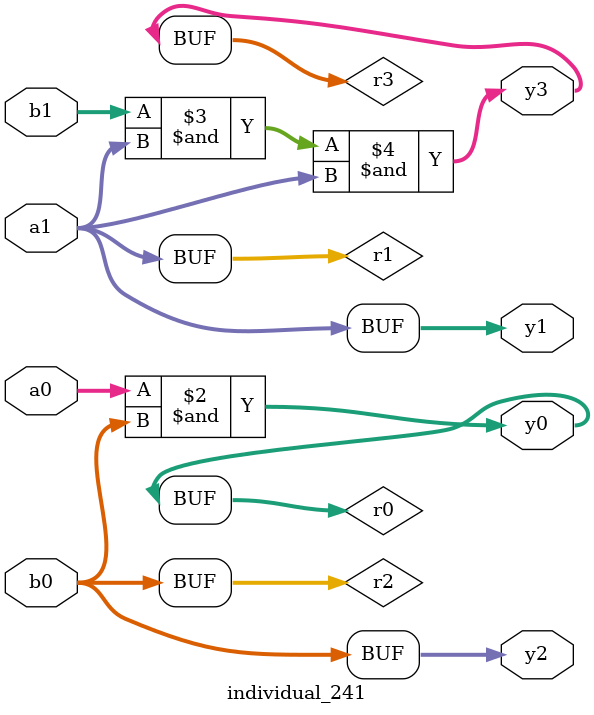
<source format=sv>
module individual_241(input logic [15:0] a1, input logic [15:0] a0, input logic [15:0] b1, input logic [15:0] b0, output logic [15:0] y3, output logic [15:0] y2, output logic [15:0] y1, output logic [15:0] y0);
logic [15:0] r0, r1, r2, r3; 
 always@(*) begin 
	 r0 = a0; r1 = a1; r2 = b0; r3 = b1; 
 	 r0  &=  b0 ;
 	 r3  &=  a1 ;
 	 r3  &=  a1 ;
 	 y3 = r3; y2 = r2; y1 = r1; y0 = r0; 
end
endmodule
</source>
